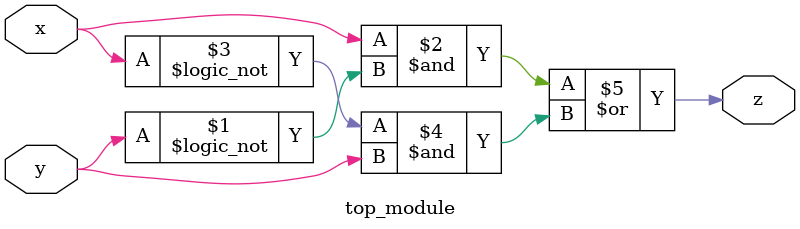
<source format=sv>
module top_module(
  input x,
  input y,
  output z
);
  
  assign z = (x & !y) | (!x & y);
  
endmodule

</source>
